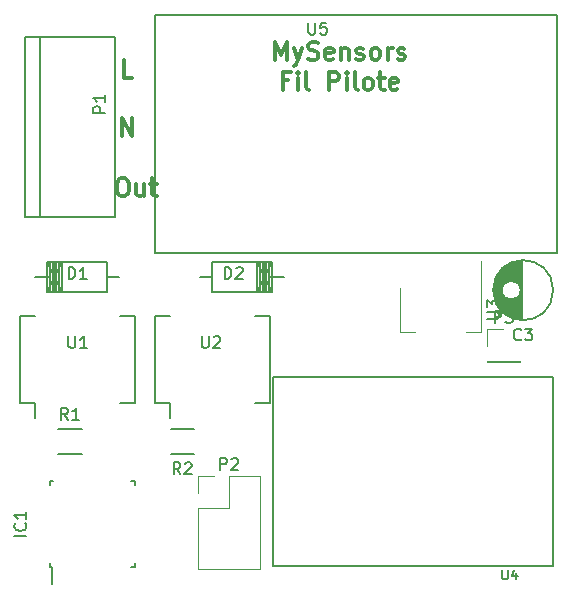
<source format=gto>
G04 #@! TF.FileFunction,Legend,Top*
%FSLAX46Y46*%
G04 Gerber Fmt 4.6, Leading zero omitted, Abs format (unit mm)*
G04 Created by KiCad (PCBNEW 4.0.5-e0-6337~49~ubuntu16.04.1) date Wed Jan 18 08:16:45 2017*
%MOMM*%
%LPD*%
G01*
G04 APERTURE LIST*
%ADD10C,0.100000*%
%ADD11C,0.300000*%
%ADD12C,0.150000*%
%ADD13C,0.120000*%
%ADD14C,0.160000*%
G04 APERTURE END LIST*
D10*
D11*
X159000715Y-83223571D02*
X159000715Y-81723571D01*
X159500715Y-82795000D01*
X160000715Y-81723571D01*
X160000715Y-83223571D01*
X160572144Y-82223571D02*
X160929287Y-83223571D01*
X161286429Y-82223571D02*
X160929287Y-83223571D01*
X160786429Y-83580714D01*
X160715001Y-83652143D01*
X160572144Y-83723571D01*
X161786429Y-83152143D02*
X162000715Y-83223571D01*
X162357858Y-83223571D01*
X162500715Y-83152143D01*
X162572144Y-83080714D01*
X162643572Y-82937857D01*
X162643572Y-82795000D01*
X162572144Y-82652143D01*
X162500715Y-82580714D01*
X162357858Y-82509286D01*
X162072144Y-82437857D01*
X161929286Y-82366429D01*
X161857858Y-82295000D01*
X161786429Y-82152143D01*
X161786429Y-82009286D01*
X161857858Y-81866429D01*
X161929286Y-81795000D01*
X162072144Y-81723571D01*
X162429286Y-81723571D01*
X162643572Y-81795000D01*
X163857857Y-83152143D02*
X163715000Y-83223571D01*
X163429286Y-83223571D01*
X163286429Y-83152143D01*
X163215000Y-83009286D01*
X163215000Y-82437857D01*
X163286429Y-82295000D01*
X163429286Y-82223571D01*
X163715000Y-82223571D01*
X163857857Y-82295000D01*
X163929286Y-82437857D01*
X163929286Y-82580714D01*
X163215000Y-82723571D01*
X164572143Y-82223571D02*
X164572143Y-83223571D01*
X164572143Y-82366429D02*
X164643571Y-82295000D01*
X164786429Y-82223571D01*
X165000714Y-82223571D01*
X165143571Y-82295000D01*
X165215000Y-82437857D01*
X165215000Y-83223571D01*
X165857857Y-83152143D02*
X166000714Y-83223571D01*
X166286429Y-83223571D01*
X166429286Y-83152143D01*
X166500714Y-83009286D01*
X166500714Y-82937857D01*
X166429286Y-82795000D01*
X166286429Y-82723571D01*
X166072143Y-82723571D01*
X165929286Y-82652143D01*
X165857857Y-82509286D01*
X165857857Y-82437857D01*
X165929286Y-82295000D01*
X166072143Y-82223571D01*
X166286429Y-82223571D01*
X166429286Y-82295000D01*
X167357858Y-83223571D02*
X167215000Y-83152143D01*
X167143572Y-83080714D01*
X167072143Y-82937857D01*
X167072143Y-82509286D01*
X167143572Y-82366429D01*
X167215000Y-82295000D01*
X167357858Y-82223571D01*
X167572143Y-82223571D01*
X167715000Y-82295000D01*
X167786429Y-82366429D01*
X167857858Y-82509286D01*
X167857858Y-82937857D01*
X167786429Y-83080714D01*
X167715000Y-83152143D01*
X167572143Y-83223571D01*
X167357858Y-83223571D01*
X168500715Y-83223571D02*
X168500715Y-82223571D01*
X168500715Y-82509286D02*
X168572143Y-82366429D01*
X168643572Y-82295000D01*
X168786429Y-82223571D01*
X168929286Y-82223571D01*
X169357857Y-83152143D02*
X169500714Y-83223571D01*
X169786429Y-83223571D01*
X169929286Y-83152143D01*
X170000714Y-83009286D01*
X170000714Y-82937857D01*
X169929286Y-82795000D01*
X169786429Y-82723571D01*
X169572143Y-82723571D01*
X169429286Y-82652143D01*
X169357857Y-82509286D01*
X169357857Y-82437857D01*
X169429286Y-82295000D01*
X169572143Y-82223571D01*
X169786429Y-82223571D01*
X169929286Y-82295000D01*
X160107858Y-84987857D02*
X159607858Y-84987857D01*
X159607858Y-85773571D02*
X159607858Y-84273571D01*
X160322144Y-84273571D01*
X160893572Y-85773571D02*
X160893572Y-84773571D01*
X160893572Y-84273571D02*
X160822143Y-84345000D01*
X160893572Y-84416429D01*
X160965000Y-84345000D01*
X160893572Y-84273571D01*
X160893572Y-84416429D01*
X161822144Y-85773571D02*
X161679286Y-85702143D01*
X161607858Y-85559286D01*
X161607858Y-84273571D01*
X163536429Y-85773571D02*
X163536429Y-84273571D01*
X164107857Y-84273571D01*
X164250715Y-84345000D01*
X164322143Y-84416429D01*
X164393572Y-84559286D01*
X164393572Y-84773571D01*
X164322143Y-84916429D01*
X164250715Y-84987857D01*
X164107857Y-85059286D01*
X163536429Y-85059286D01*
X165036429Y-85773571D02*
X165036429Y-84773571D01*
X165036429Y-84273571D02*
X164965000Y-84345000D01*
X165036429Y-84416429D01*
X165107857Y-84345000D01*
X165036429Y-84273571D01*
X165036429Y-84416429D01*
X165965001Y-85773571D02*
X165822143Y-85702143D01*
X165750715Y-85559286D01*
X165750715Y-84273571D01*
X166750715Y-85773571D02*
X166607857Y-85702143D01*
X166536429Y-85630714D01*
X166465000Y-85487857D01*
X166465000Y-85059286D01*
X166536429Y-84916429D01*
X166607857Y-84845000D01*
X166750715Y-84773571D01*
X166965000Y-84773571D01*
X167107857Y-84845000D01*
X167179286Y-84916429D01*
X167250715Y-85059286D01*
X167250715Y-85487857D01*
X167179286Y-85630714D01*
X167107857Y-85702143D01*
X166965000Y-85773571D01*
X166750715Y-85773571D01*
X167679286Y-84773571D02*
X168250715Y-84773571D01*
X167893572Y-84273571D02*
X167893572Y-85559286D01*
X167965000Y-85702143D01*
X168107858Y-85773571D01*
X168250715Y-85773571D01*
X169322143Y-85702143D02*
X169179286Y-85773571D01*
X168893572Y-85773571D01*
X168750715Y-85702143D01*
X168679286Y-85559286D01*
X168679286Y-84987857D01*
X168750715Y-84845000D01*
X168893572Y-84773571D01*
X169179286Y-84773571D01*
X169322143Y-84845000D01*
X169393572Y-84987857D01*
X169393572Y-85130714D01*
X168679286Y-85273571D01*
X145943000Y-93285571D02*
X146228714Y-93285571D01*
X146371572Y-93357000D01*
X146514429Y-93499857D01*
X146585857Y-93785571D01*
X146585857Y-94285571D01*
X146514429Y-94571286D01*
X146371572Y-94714143D01*
X146228714Y-94785571D01*
X145943000Y-94785571D01*
X145800143Y-94714143D01*
X145657286Y-94571286D01*
X145585857Y-94285571D01*
X145585857Y-93785571D01*
X145657286Y-93499857D01*
X145800143Y-93357000D01*
X145943000Y-93285571D01*
X147871572Y-93785571D02*
X147871572Y-94785571D01*
X147228715Y-93785571D02*
X147228715Y-94571286D01*
X147300143Y-94714143D01*
X147443001Y-94785571D01*
X147657286Y-94785571D01*
X147800143Y-94714143D01*
X147871572Y-94642714D01*
X148371572Y-93785571D02*
X148943001Y-93785571D01*
X148585858Y-93285571D02*
X148585858Y-94571286D01*
X148657286Y-94714143D01*
X148800144Y-94785571D01*
X148943001Y-94785571D01*
X146002429Y-89705571D02*
X146002429Y-88205571D01*
X146859572Y-89705571D01*
X146859572Y-88205571D01*
X146895286Y-84752571D02*
X146181000Y-84752571D01*
X146181000Y-83252571D01*
D12*
X182470000Y-110095000D02*
X182470000Y-126095000D01*
X158770000Y-110095000D02*
X182470000Y-110095000D01*
X158770000Y-126095000D02*
X158770000Y-110095000D01*
X182470000Y-126095000D02*
X158770000Y-126095000D01*
X179900000Y-105242000D02*
X179900000Y-100244000D01*
X179760000Y-105234000D02*
X179760000Y-102897000D01*
X179760000Y-102589000D02*
X179760000Y-100252000D01*
X179620000Y-105218000D02*
X179620000Y-103216000D01*
X179620000Y-102270000D02*
X179620000Y-100268000D01*
X179480000Y-105194000D02*
X179480000Y-103363000D01*
X179480000Y-102123000D02*
X179480000Y-100292000D01*
X179340000Y-105161000D02*
X179340000Y-103455000D01*
X179340000Y-102031000D02*
X179340000Y-100325000D01*
X179200000Y-105120000D02*
X179200000Y-103511000D01*
X179200000Y-101975000D02*
X179200000Y-100366000D01*
X179060000Y-105070000D02*
X179060000Y-103538000D01*
X179060000Y-101948000D02*
X179060000Y-100416000D01*
X178920000Y-105009000D02*
X178920000Y-103541000D01*
X178920000Y-101945000D02*
X178920000Y-100477000D01*
X178780000Y-104939000D02*
X178780000Y-103519000D01*
X178780000Y-101967000D02*
X178780000Y-100547000D01*
X178640000Y-104857000D02*
X178640000Y-103469000D01*
X178640000Y-102017000D02*
X178640000Y-100629000D01*
X178500000Y-104762000D02*
X178500000Y-103387000D01*
X178500000Y-102099000D02*
X178500000Y-100724000D01*
X178360000Y-104651000D02*
X178360000Y-103255000D01*
X178360000Y-102231000D02*
X178360000Y-100835000D01*
X178220000Y-104523000D02*
X178220000Y-103008000D01*
X178220000Y-102478000D02*
X178220000Y-100963000D01*
X178080000Y-104374000D02*
X178080000Y-101112000D01*
X177940000Y-104195000D02*
X177940000Y-101291000D01*
X177800000Y-103976000D02*
X177800000Y-101510000D01*
X177660000Y-103687000D02*
X177660000Y-101799000D01*
X177520000Y-103215000D02*
X177520000Y-102271000D01*
X179775000Y-102743000D02*
G75*
G03X179775000Y-102743000I-800000J0D01*
G01*
X182512500Y-102743000D02*
G75*
G03X182512500Y-102743000I-2537500J0D01*
G01*
X144780000Y-101597460D02*
X145796000Y-101597460D01*
X139954000Y-101597460D02*
X138684000Y-101597460D01*
X140208000Y-100327460D02*
X140208000Y-102867460D01*
X140462000Y-100327460D02*
X140462000Y-102867460D01*
X140716000Y-100327460D02*
X140716000Y-102867460D01*
X139954000Y-100327460D02*
X139954000Y-102867460D01*
X140970000Y-100327460D02*
X139700000Y-102867460D01*
X139700000Y-100327460D02*
X140970000Y-102867460D01*
X140970000Y-100327460D02*
X140970000Y-102867460D01*
X140335000Y-100327460D02*
X140335000Y-102867460D01*
X139700000Y-102867460D02*
X139700000Y-100327460D01*
X139700000Y-100327460D02*
X144780000Y-100327460D01*
X144780000Y-100327460D02*
X144780000Y-102867460D01*
X144780000Y-102867460D02*
X139700000Y-102867460D01*
X137795000Y-81280000D02*
X145415000Y-81280000D01*
X137795000Y-96520000D02*
X145415000Y-96520000D01*
X139065000Y-81280000D02*
X139065000Y-96520000D01*
X145415000Y-81280000D02*
X145415000Y-96520000D01*
X137795000Y-81280000D02*
X137795000Y-96520000D01*
X153670000Y-101602540D02*
X152654000Y-101602540D01*
X158496000Y-101602540D02*
X159766000Y-101602540D01*
X158242000Y-102872540D02*
X158242000Y-100332540D01*
X157988000Y-102872540D02*
X157988000Y-100332540D01*
X157734000Y-102872540D02*
X157734000Y-100332540D01*
X158496000Y-102872540D02*
X158496000Y-100332540D01*
X157480000Y-102872540D02*
X158750000Y-100332540D01*
X158750000Y-102872540D02*
X157480000Y-100332540D01*
X157480000Y-102872540D02*
X157480000Y-100332540D01*
X158115000Y-102872540D02*
X158115000Y-100332540D01*
X158750000Y-100332540D02*
X158750000Y-102872540D01*
X158750000Y-102872540D02*
X153670000Y-102872540D01*
X153670000Y-102872540D02*
X153670000Y-100332540D01*
X153670000Y-100332540D02*
X158750000Y-100332540D01*
X148830000Y-99635000D02*
X182830000Y-99635000D01*
X182830000Y-79435000D02*
X148830000Y-79435000D01*
X182830000Y-79435000D02*
X182830000Y-99635000D01*
X148830000Y-99635000D02*
X148830000Y-79435000D01*
X137405000Y-112260000D02*
X138675000Y-112260000D01*
X137405000Y-104910000D02*
X138675000Y-104910000D01*
X147075000Y-104910000D02*
X145805000Y-104910000D01*
X147075000Y-112260000D02*
X145805000Y-112260000D01*
X137405000Y-112260000D02*
X137405000Y-104910000D01*
X147075000Y-112260000D02*
X147075000Y-104910000D01*
X138675000Y-112260000D02*
X138675000Y-113545000D01*
X148835000Y-112260000D02*
X150105000Y-112260000D01*
X148835000Y-104910000D02*
X150105000Y-104910000D01*
X158505000Y-104910000D02*
X157235000Y-104910000D01*
X158505000Y-112260000D02*
X157235000Y-112260000D01*
X148835000Y-112260000D02*
X148835000Y-104910000D01*
X158505000Y-112260000D02*
X158505000Y-104910000D01*
X150105000Y-112260000D02*
X150105000Y-113545000D01*
X139885000Y-126180000D02*
X140110000Y-126180000D01*
X139885000Y-118930000D02*
X140210000Y-118930000D01*
X147135000Y-118930000D02*
X146810000Y-118930000D01*
X147135000Y-126180000D02*
X146810000Y-126180000D01*
X139885000Y-126180000D02*
X139885000Y-125855000D01*
X147135000Y-126180000D02*
X147135000Y-125855000D01*
X147135000Y-118930000D02*
X147135000Y-119255000D01*
X139885000Y-118930000D02*
X139885000Y-119255000D01*
X140110000Y-126180000D02*
X140110000Y-127605000D01*
D13*
X152407000Y-121158000D02*
X152407000Y-126358000D01*
X152407000Y-126358000D02*
X157727000Y-126358000D01*
X157727000Y-126358000D02*
X157727000Y-118498000D01*
X157727000Y-118498000D02*
X155067000Y-118498000D01*
X155067000Y-118498000D02*
X155067000Y-121158000D01*
X155067000Y-121158000D02*
X152407000Y-121158000D01*
X152407000Y-119888000D02*
X152407000Y-118498000D01*
X152407000Y-118498000D02*
X153797000Y-118498000D01*
X169564000Y-106304000D02*
X170824000Y-106304000D01*
X176384000Y-106304000D02*
X175124000Y-106304000D01*
X169564000Y-102544000D02*
X169564000Y-106304000D01*
X176384000Y-100294000D02*
X176384000Y-106304000D01*
X176918000Y-108712000D02*
X176918000Y-108832000D01*
X176918000Y-108832000D02*
X179698000Y-108832000D01*
X179698000Y-108832000D02*
X179698000Y-108712000D01*
X179698000Y-108712000D02*
X176918000Y-108712000D01*
X176918000Y-107442000D02*
X176918000Y-106052000D01*
X176918000Y-106052000D02*
X178308000Y-106052000D01*
D12*
X142605000Y-116645000D02*
X140605000Y-116645000D01*
X140605000Y-114495000D02*
X142605000Y-114495000D01*
X150130000Y-114495000D02*
X152130000Y-114495000D01*
X152130000Y-116645000D02*
X150130000Y-116645000D01*
D14*
X178206476Y-126434905D02*
X178206476Y-127082524D01*
X178244571Y-127158714D01*
X178282667Y-127196810D01*
X178358857Y-127234905D01*
X178511238Y-127234905D01*
X178587429Y-127196810D01*
X178625524Y-127158714D01*
X178663619Y-127082524D01*
X178663619Y-126434905D01*
X179387428Y-126701571D02*
X179387428Y-127234905D01*
X179196952Y-126396810D02*
X179006476Y-126968238D01*
X179501714Y-126968238D01*
D12*
X179808334Y-106900143D02*
X179760715Y-106947762D01*
X179617858Y-106995381D01*
X179522620Y-106995381D01*
X179379762Y-106947762D01*
X179284524Y-106852524D01*
X179236905Y-106757286D01*
X179189286Y-106566810D01*
X179189286Y-106423952D01*
X179236905Y-106233476D01*
X179284524Y-106138238D01*
X179379762Y-106043000D01*
X179522620Y-105995381D01*
X179617858Y-105995381D01*
X179760715Y-106043000D01*
X179808334Y-106090619D01*
X180141667Y-105995381D02*
X180760715Y-105995381D01*
X180427381Y-106376333D01*
X180570239Y-106376333D01*
X180665477Y-106423952D01*
X180713096Y-106471571D01*
X180760715Y-106566810D01*
X180760715Y-106804905D01*
X180713096Y-106900143D01*
X180665477Y-106947762D01*
X180570239Y-106995381D01*
X180284524Y-106995381D01*
X180189286Y-106947762D01*
X180141667Y-106900143D01*
X141501905Y-101798381D02*
X141501905Y-100798381D01*
X141740000Y-100798381D01*
X141882858Y-100846000D01*
X141978096Y-100941238D01*
X142025715Y-101036476D01*
X142073334Y-101226952D01*
X142073334Y-101369810D01*
X142025715Y-101560286D01*
X141978096Y-101655524D01*
X141882858Y-101750762D01*
X141740000Y-101798381D01*
X141501905Y-101798381D01*
X143025715Y-101798381D02*
X142454286Y-101798381D01*
X142740000Y-101798381D02*
X142740000Y-100798381D01*
X142644762Y-100941238D01*
X142549524Y-101036476D01*
X142454286Y-101084095D01*
X144597381Y-87733095D02*
X143597381Y-87733095D01*
X143597381Y-87352142D01*
X143645000Y-87256904D01*
X143692619Y-87209285D01*
X143787857Y-87161666D01*
X143930714Y-87161666D01*
X144025952Y-87209285D01*
X144073571Y-87256904D01*
X144121190Y-87352142D01*
X144121190Y-87733095D01*
X144597381Y-86209285D02*
X144597381Y-86780714D01*
X144597381Y-86495000D02*
X143597381Y-86495000D01*
X143740238Y-86590238D01*
X143835476Y-86685476D01*
X143883095Y-86780714D01*
X154709905Y-101798381D02*
X154709905Y-100798381D01*
X154948000Y-100798381D01*
X155090858Y-100846000D01*
X155186096Y-100941238D01*
X155233715Y-101036476D01*
X155281334Y-101226952D01*
X155281334Y-101369810D01*
X155233715Y-101560286D01*
X155186096Y-101655524D01*
X155090858Y-101750762D01*
X154948000Y-101798381D01*
X154709905Y-101798381D01*
X155662286Y-100893619D02*
X155709905Y-100846000D01*
X155805143Y-100798381D01*
X156043239Y-100798381D01*
X156138477Y-100846000D01*
X156186096Y-100893619D01*
X156233715Y-100988857D01*
X156233715Y-101084095D01*
X156186096Y-101226952D01*
X155614667Y-101798381D01*
X156233715Y-101798381D01*
X161798095Y-80097381D02*
X161798095Y-80906905D01*
X161845714Y-81002143D01*
X161893333Y-81049762D01*
X161988571Y-81097381D01*
X162179048Y-81097381D01*
X162274286Y-81049762D01*
X162321905Y-81002143D01*
X162369524Y-80906905D01*
X162369524Y-80097381D01*
X163321905Y-80097381D02*
X162845714Y-80097381D01*
X162798095Y-80573571D01*
X162845714Y-80525952D01*
X162940952Y-80478333D01*
X163179048Y-80478333D01*
X163274286Y-80525952D01*
X163321905Y-80573571D01*
X163369524Y-80668810D01*
X163369524Y-80906905D01*
X163321905Y-81002143D01*
X163274286Y-81049762D01*
X163179048Y-81097381D01*
X162940952Y-81097381D01*
X162845714Y-81049762D01*
X162798095Y-81002143D01*
X141478095Y-106640381D02*
X141478095Y-107449905D01*
X141525714Y-107545143D01*
X141573333Y-107592762D01*
X141668571Y-107640381D01*
X141859048Y-107640381D01*
X141954286Y-107592762D01*
X142001905Y-107545143D01*
X142049524Y-107449905D01*
X142049524Y-106640381D01*
X143049524Y-107640381D02*
X142478095Y-107640381D01*
X142763809Y-107640381D02*
X142763809Y-106640381D01*
X142668571Y-106783238D01*
X142573333Y-106878476D01*
X142478095Y-106926095D01*
X152781095Y-106640381D02*
X152781095Y-107449905D01*
X152828714Y-107545143D01*
X152876333Y-107592762D01*
X152971571Y-107640381D01*
X153162048Y-107640381D01*
X153257286Y-107592762D01*
X153304905Y-107545143D01*
X153352524Y-107449905D01*
X153352524Y-106640381D01*
X153781095Y-106735619D02*
X153828714Y-106688000D01*
X153923952Y-106640381D01*
X154162048Y-106640381D01*
X154257286Y-106688000D01*
X154304905Y-106735619D01*
X154352524Y-106830857D01*
X154352524Y-106926095D01*
X154304905Y-107068952D01*
X153733476Y-107640381D01*
X154352524Y-107640381D01*
X137912381Y-123531190D02*
X136912381Y-123531190D01*
X137817143Y-122483571D02*
X137864762Y-122531190D01*
X137912381Y-122674047D01*
X137912381Y-122769285D01*
X137864762Y-122912143D01*
X137769524Y-123007381D01*
X137674286Y-123055000D01*
X137483810Y-123102619D01*
X137340952Y-123102619D01*
X137150476Y-123055000D01*
X137055238Y-123007381D01*
X136960000Y-122912143D01*
X136912381Y-122769285D01*
X136912381Y-122674047D01*
X136960000Y-122531190D01*
X137007619Y-122483571D01*
X137912381Y-121531190D02*
X137912381Y-122102619D01*
X137912381Y-121816905D02*
X136912381Y-121816905D01*
X137055238Y-121912143D01*
X137150476Y-122007381D01*
X137198095Y-122102619D01*
X154328905Y-117950381D02*
X154328905Y-116950381D01*
X154709858Y-116950381D01*
X154805096Y-116998000D01*
X154852715Y-117045619D01*
X154900334Y-117140857D01*
X154900334Y-117283714D01*
X154852715Y-117378952D01*
X154805096Y-117426571D01*
X154709858Y-117474190D01*
X154328905Y-117474190D01*
X155281286Y-117045619D02*
X155328905Y-116998000D01*
X155424143Y-116950381D01*
X155662239Y-116950381D01*
X155757477Y-116998000D01*
X155805096Y-117045619D01*
X155852715Y-117140857D01*
X155852715Y-117236095D01*
X155805096Y-117378952D01*
X155233667Y-117950381D01*
X155852715Y-117950381D01*
X176926381Y-105155905D02*
X177735905Y-105155905D01*
X177831143Y-105108286D01*
X177878762Y-105060667D01*
X177926381Y-104965429D01*
X177926381Y-104774952D01*
X177878762Y-104679714D01*
X177831143Y-104632095D01*
X177735905Y-104584476D01*
X176926381Y-104584476D01*
X176926381Y-104203524D02*
X176926381Y-103584476D01*
X177307333Y-103917810D01*
X177307333Y-103774952D01*
X177354952Y-103679714D01*
X177402571Y-103632095D01*
X177497810Y-103584476D01*
X177735905Y-103584476D01*
X177831143Y-103632095D01*
X177878762Y-103679714D01*
X177926381Y-103774952D01*
X177926381Y-104060667D01*
X177878762Y-104155905D01*
X177831143Y-104203524D01*
X177569905Y-105504381D02*
X177569905Y-104504381D01*
X177950858Y-104504381D01*
X178046096Y-104552000D01*
X178093715Y-104599619D01*
X178141334Y-104694857D01*
X178141334Y-104837714D01*
X178093715Y-104932952D01*
X178046096Y-104980571D01*
X177950858Y-105028190D01*
X177569905Y-105028190D01*
X178474667Y-104504381D02*
X179093715Y-104504381D01*
X178760381Y-104885333D01*
X178903239Y-104885333D01*
X178998477Y-104932952D01*
X179046096Y-104980571D01*
X179093715Y-105075810D01*
X179093715Y-105313905D01*
X179046096Y-105409143D01*
X178998477Y-105456762D01*
X178903239Y-105504381D01*
X178617524Y-105504381D01*
X178522286Y-105456762D01*
X178474667Y-105409143D01*
X141438334Y-113722381D02*
X141105000Y-113246190D01*
X140866905Y-113722381D02*
X140866905Y-112722381D01*
X141247858Y-112722381D01*
X141343096Y-112770000D01*
X141390715Y-112817619D01*
X141438334Y-112912857D01*
X141438334Y-113055714D01*
X141390715Y-113150952D01*
X141343096Y-113198571D01*
X141247858Y-113246190D01*
X140866905Y-113246190D01*
X142390715Y-113722381D02*
X141819286Y-113722381D01*
X142105000Y-113722381D02*
X142105000Y-112722381D01*
X142009762Y-112865238D01*
X141914524Y-112960476D01*
X141819286Y-113008095D01*
X150963334Y-118322381D02*
X150630000Y-117846190D01*
X150391905Y-118322381D02*
X150391905Y-117322381D01*
X150772858Y-117322381D01*
X150868096Y-117370000D01*
X150915715Y-117417619D01*
X150963334Y-117512857D01*
X150963334Y-117655714D01*
X150915715Y-117750952D01*
X150868096Y-117798571D01*
X150772858Y-117846190D01*
X150391905Y-117846190D01*
X151344286Y-117417619D02*
X151391905Y-117370000D01*
X151487143Y-117322381D01*
X151725239Y-117322381D01*
X151820477Y-117370000D01*
X151868096Y-117417619D01*
X151915715Y-117512857D01*
X151915715Y-117608095D01*
X151868096Y-117750952D01*
X151296667Y-118322381D01*
X151915715Y-118322381D01*
M02*

</source>
